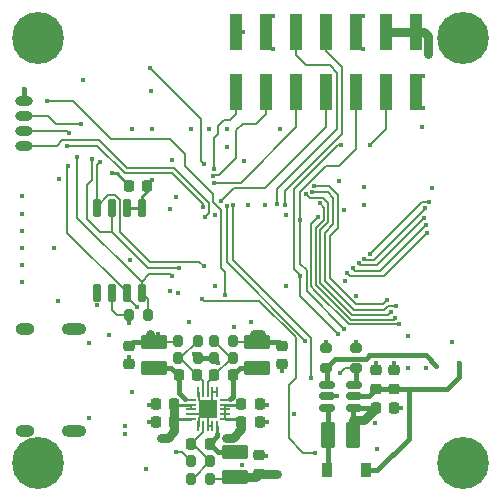
<source format=gbl>
%TF.GenerationSoftware,KiCad,Pcbnew,(6.0.1)*%
%TF.CreationDate,2022-02-16T12:07:44+01:00*%
%TF.ProjectId,f1c200s,66316332-3030-4732-9e6b-696361645f70,rev?*%
%TF.SameCoordinates,PX754fbd0PY813b7f0*%
%TF.FileFunction,Copper,L4,Bot*%
%TF.FilePolarity,Positive*%
%FSLAX46Y46*%
G04 Gerber Fmt 4.6, Leading zero omitted, Abs format (unit mm)*
G04 Created by KiCad (PCBNEW (6.0.1)) date 2022-02-16 12:07:44*
%MOMM*%
%LPD*%
G01*
G04 APERTURE LIST*
G04 Aperture macros list*
%AMRoundRect*
0 Rectangle with rounded corners*
0 $1 Rounding radius*
0 $2 $3 $4 $5 $6 $7 $8 $9 X,Y pos of 4 corners*
0 Add a 4 corners polygon primitive as box body*
4,1,4,$2,$3,$4,$5,$6,$7,$8,$9,$2,$3,0*
0 Add four circle primitives for the rounded corners*
1,1,$1+$1,$2,$3*
1,1,$1+$1,$4,$5*
1,1,$1+$1,$6,$7*
1,1,$1+$1,$8,$9*
0 Add four rect primitives between the rounded corners*
20,1,$1+$1,$2,$3,$4,$5,0*
20,1,$1+$1,$4,$5,$6,$7,0*
20,1,$1+$1,$6,$7,$8,$9,0*
20,1,$1+$1,$8,$9,$2,$3,0*%
G04 Aperture macros list end*
%TA.AperFunction,ComponentPad*%
%ADD10C,0.700000*%
%TD*%
%TA.AperFunction,ComponentPad*%
%ADD11C,4.400000*%
%TD*%
%TA.AperFunction,SMDPad,CuDef*%
%ADD12O,1.500000X0.800000*%
%TD*%
%TA.AperFunction,ComponentPad*%
%ADD13O,1.600000X1.000000*%
%TD*%
%TA.AperFunction,ComponentPad*%
%ADD14O,2.100000X1.000000*%
%TD*%
%TA.AperFunction,SMDPad,CuDef*%
%ADD15RoundRect,0.225000X-0.225000X-0.250000X0.225000X-0.250000X0.225000X0.250000X-0.225000X0.250000X0*%
%TD*%
%TA.AperFunction,SMDPad,CuDef*%
%ADD16RoundRect,0.200000X-0.200000X-0.275000X0.200000X-0.275000X0.200000X0.275000X-0.200000X0.275000X0*%
%TD*%
%TA.AperFunction,SMDPad,CuDef*%
%ADD17RoundRect,0.150000X-0.512500X-0.150000X0.512500X-0.150000X0.512500X0.150000X-0.512500X0.150000X0*%
%TD*%
%TA.AperFunction,SMDPad,CuDef*%
%ADD18RoundRect,0.250000X0.375000X0.850000X-0.375000X0.850000X-0.375000X-0.850000X0.375000X-0.850000X0*%
%TD*%
%TA.AperFunction,SMDPad,CuDef*%
%ADD19RoundRect,0.200000X0.200000X0.275000X-0.200000X0.275000X-0.200000X-0.275000X0.200000X-0.275000X0*%
%TD*%
%TA.AperFunction,SMDPad,CuDef*%
%ADD20RoundRect,0.225000X0.225000X0.250000X-0.225000X0.250000X-0.225000X-0.250000X0.225000X-0.250000X0*%
%TD*%
%TA.AperFunction,SMDPad,CuDef*%
%ADD21RoundRect,0.150000X0.150000X-0.650000X0.150000X0.650000X-0.150000X0.650000X-0.150000X-0.650000X0*%
%TD*%
%TA.AperFunction,SMDPad,CuDef*%
%ADD22RoundRect,0.250000X0.850000X-0.375000X0.850000X0.375000X-0.850000X0.375000X-0.850000X-0.375000X0*%
%TD*%
%TA.AperFunction,SMDPad,CuDef*%
%ADD23RoundRect,0.250000X-0.850000X0.375000X-0.850000X-0.375000X0.850000X-0.375000X0.850000X0.375000X0*%
%TD*%
%TA.AperFunction,SMDPad,CuDef*%
%ADD24RoundRect,0.200000X0.275000X-0.200000X0.275000X0.200000X-0.275000X0.200000X-0.275000X-0.200000X0*%
%TD*%
%TA.AperFunction,SMDPad,CuDef*%
%ADD25R,0.900000X1.200000*%
%TD*%
%TA.AperFunction,SMDPad,CuDef*%
%ADD26RoundRect,0.225000X0.250000X-0.225000X0.250000X0.225000X-0.250000X0.225000X-0.250000X-0.225000X0*%
%TD*%
%TA.AperFunction,SMDPad,CuDef*%
%ADD27RoundRect,0.050000X-0.050000X0.375000X-0.050000X-0.375000X0.050000X-0.375000X0.050000X0.375000X0*%
%TD*%
%TA.AperFunction,SMDPad,CuDef*%
%ADD28RoundRect,0.050000X-0.375000X0.050000X-0.375000X-0.050000X0.375000X-0.050000X0.375000X0.050000X0*%
%TD*%
%TA.AperFunction,SMDPad,CuDef*%
%ADD29R,1.650000X1.650000*%
%TD*%
%TA.AperFunction,SMDPad,CuDef*%
%ADD30RoundRect,0.225000X-0.250000X0.225000X-0.250000X-0.225000X0.250000X-0.225000X0.250000X0.225000X0*%
%TD*%
%TA.AperFunction,SMDPad,CuDef*%
%ADD31R,1.000000X3.150000*%
%TD*%
%TA.AperFunction,ViaPad*%
%ADD32C,0.400000*%
%TD*%
%TA.AperFunction,Conductor*%
%ADD33C,0.250000*%
%TD*%
%TA.AperFunction,Conductor*%
%ADD34C,0.800000*%
%TD*%
%TA.AperFunction,Conductor*%
%ADD35C,0.200000*%
%TD*%
%TA.AperFunction,Conductor*%
%ADD36C,0.400000*%
%TD*%
G04 APERTURE END LIST*
D10*
X840000Y38510000D03*
X3656726Y39676726D03*
D11*
X2490000Y38510000D03*
D10*
X3656726Y37343274D03*
X4140000Y38510000D03*
X2490000Y36860000D03*
X1323274Y37343274D03*
X2490000Y40160000D03*
X1323274Y39676726D03*
D12*
X1315000Y33190000D03*
X1315000Y31920000D03*
X1315000Y30650000D03*
X1315000Y29380000D03*
D10*
X40140000Y2510000D03*
X39656726Y3676726D03*
X37323274Y1343274D03*
X38490000Y4160000D03*
X37323274Y3676726D03*
D11*
X38490000Y2510000D03*
D10*
X36840000Y2510000D03*
X38490000Y860000D03*
X39656726Y1343274D03*
D11*
X2490000Y2510000D03*
D10*
X4140000Y2510000D03*
X2490000Y860000D03*
X840000Y2510000D03*
X3656726Y1343274D03*
X1323274Y3676726D03*
X1323274Y1343274D03*
X3656726Y3676726D03*
X2490000Y4160000D03*
X36840000Y38510000D03*
D11*
X38490000Y38510000D03*
D10*
X38490000Y40160000D03*
X39656726Y39676726D03*
X37323274Y39676726D03*
X38490000Y36860000D03*
X37323274Y37343274D03*
X39656726Y37343274D03*
X40140000Y38510000D03*
D13*
X1355000Y5190000D03*
D14*
X5535000Y5190000D03*
D13*
X1355000Y13830000D03*
D14*
X5535000Y13830000D03*
D15*
X17415000Y9935000D03*
X18965000Y9935000D03*
D16*
X15440000Y1160000D03*
X17090000Y1160000D03*
D17*
X27002500Y7210000D03*
X27002500Y8160000D03*
X27002500Y9110000D03*
X29277500Y9110000D03*
X29277500Y8160000D03*
X29277500Y7210000D03*
D16*
X15440000Y2660000D03*
X17090000Y2660000D03*
D18*
X29190000Y4910000D03*
X27040000Y4910000D03*
D19*
X16015000Y12885000D03*
X14365000Y12885000D03*
D20*
X15965000Y9935000D03*
X14415000Y9935000D03*
D16*
X17365000Y11410000D03*
X19015000Y11410000D03*
D15*
X15490000Y4160000D03*
X17040000Y4160000D03*
D20*
X14015000Y6010000D03*
X12465000Y6010000D03*
D21*
X11270000Y16910000D03*
X10000000Y16910000D03*
X8730000Y16910000D03*
X7460000Y16910000D03*
X7460000Y24110000D03*
X8730000Y24110000D03*
X10000000Y24110000D03*
X11270000Y24110000D03*
D22*
X12315000Y10585000D03*
X12315000Y12735000D03*
D15*
X19715000Y6010000D03*
X21265000Y6010000D03*
X31115000Y7210000D03*
X32665000Y7210000D03*
D20*
X14015000Y7480000D03*
X12465000Y7480000D03*
D19*
X16015000Y11410000D03*
X14365000Y11410000D03*
D23*
X19140000Y3460000D03*
X19140000Y1310000D03*
D24*
X26890000Y10585000D03*
X26890000Y12235000D03*
D15*
X19715000Y7490000D03*
X21265000Y7490000D03*
D25*
X30290000Y1910000D03*
X26990000Y1910000D03*
D19*
X11815000Y15010000D03*
X10165000Y15010000D03*
D22*
X21065000Y10585000D03*
X21065000Y12735000D03*
D26*
X32640000Y8810000D03*
X32640000Y10360000D03*
D27*
X16065000Y8510000D03*
X16465000Y8510000D03*
X16865000Y8510000D03*
X17265000Y8510000D03*
X17665000Y8510000D03*
D28*
X18315000Y7860000D03*
X18315000Y7460000D03*
X18315000Y7060000D03*
X18315000Y6660000D03*
X18315000Y6260000D03*
D27*
X17665000Y5610000D03*
X17265000Y5610000D03*
X16865000Y5610000D03*
X16465000Y5610000D03*
X16065000Y5610000D03*
D28*
X15415000Y6260000D03*
X15415000Y6660000D03*
X15415000Y7060000D03*
X15415000Y7460000D03*
X15415000Y7860000D03*
D29*
X16865000Y7060000D03*
D30*
X10215000Y12435000D03*
X10215000Y10885000D03*
D20*
X11765000Y26010000D03*
X10215000Y26010000D03*
D24*
X29390000Y10585000D03*
X29390000Y12235000D03*
D26*
X21240000Y1610000D03*
X21240000Y3160000D03*
D31*
X34480000Y33930000D03*
X34480000Y38980000D03*
X31940000Y33930000D03*
X31940000Y38980000D03*
X29400000Y33930000D03*
X29400000Y38980000D03*
X26860000Y33930000D03*
X26860000Y38980000D03*
X24320000Y33930000D03*
X24320000Y38980000D03*
X21780000Y33930000D03*
X21780000Y38980000D03*
X19240000Y33930000D03*
X19240000Y38980000D03*
D16*
X17365000Y12885000D03*
X19015000Y12885000D03*
D26*
X31140000Y8810000D03*
X31140000Y10360000D03*
D30*
X23165000Y12435000D03*
X23165000Y10885000D03*
D32*
X13640000Y24010000D03*
X12180000Y26480000D03*
X1165000Y25085000D03*
X22215000Y1610000D03*
X35880000Y25760000D03*
X31020000Y5870000D03*
X28460000Y17920000D03*
X1165000Y22185000D03*
X15290000Y14485000D03*
X1165000Y23635000D03*
X20490000Y14485000D03*
X6310000Y34980000D03*
X10165000Y14380000D03*
X28400000Y23920000D03*
X35010000Y30980000D03*
X11640000Y2010000D03*
X1165000Y17835000D03*
X22765000Y1610000D03*
X3865000Y20735000D03*
X35090000Y35290000D03*
X35090000Y32560000D03*
X1165000Y19285000D03*
X33840000Y13250000D03*
X18480000Y29285000D03*
X12015000Y13460000D03*
X12615000Y13460000D03*
X19090000Y14035000D03*
X27960000Y26430000D03*
X20290000Y24360000D03*
X21690000Y24360000D03*
X20765000Y13410000D03*
X21340000Y13410000D03*
X29890000Y6160000D03*
X12915000Y4660000D03*
X13490000Y4660000D03*
X29190000Y6160000D03*
X9890000Y5620000D03*
X18415000Y4660000D03*
X18990000Y4660000D03*
X35510000Y37860000D03*
X35510000Y37180000D03*
X9890000Y5010000D03*
X3250000Y33190000D03*
X18310000Y16730000D03*
X10890000Y15710000D03*
X5070000Y27660000D03*
X5800000Y28430000D03*
X13840000Y18360000D03*
X16515000Y19210000D03*
X7730000Y28040000D03*
X6140000Y31220000D03*
X5080000Y30480000D03*
X14415000Y18985000D03*
X7070000Y28240000D03*
X25940000Y3390000D03*
X16400000Y16410000D03*
X25640000Y9730000D03*
X19040000Y24370000D03*
X24690000Y18310000D03*
X28110000Y29450000D03*
X30610000Y29450000D03*
X27865000Y13460000D03*
X28390000Y13885000D03*
X24665000Y23110000D03*
X25110000Y12860000D03*
X18470000Y24289502D03*
X28070000Y10140000D03*
X16458363Y24153382D03*
X4960000Y29380000D03*
X16630000Y23360000D03*
X18010000Y24660000D03*
X17430000Y26260000D03*
X17280000Y26840000D03*
X17440000Y27390000D03*
X23410000Y24340000D03*
X13650000Y17060000D03*
X38170000Y10960000D03*
X36230000Y10750000D03*
X33090000Y14260000D03*
X26190000Y23310000D03*
X26340000Y24510000D03*
X32740000Y14785000D03*
X32365000Y15285000D03*
X25196242Y25300953D03*
X25734200Y25454721D03*
X32790000Y15810000D03*
X32040000Y16310000D03*
X25834916Y26005084D03*
X14320000Y16890000D03*
X22720000Y24450000D03*
X35390000Y21985000D03*
X28690000Y18585000D03*
X35315000Y22635000D03*
X29165000Y18985000D03*
X29640000Y19410000D03*
X35215000Y23260000D03*
X30140000Y19785000D03*
X35240000Y24085000D03*
X35615000Y24585000D03*
X30640000Y20210000D03*
X21890000Y6010000D03*
X14190000Y25030000D03*
X11930000Y7460000D03*
X18480000Y30785000D03*
X16490000Y7510000D03*
X23165000Y10310000D03*
X15720000Y11760000D03*
X30000000Y40360000D03*
X1340000Y34160000D03*
X11930000Y6010000D03*
X19790000Y2360000D03*
X30070000Y25880000D03*
X30000000Y37600000D03*
X17490000Y23510000D03*
X16490000Y6760000D03*
X6840000Y6310000D03*
X12115000Y30780000D03*
X31140000Y10960000D03*
X12030000Y34040000D03*
X35340000Y10560000D03*
X10420000Y8560000D03*
X17240000Y6760000D03*
X21890000Y7460000D03*
X31240000Y3710000D03*
X1165000Y20735000D03*
X14190000Y3440000D03*
X8490000Y13385000D03*
X22980000Y30785000D03*
X17240000Y7510000D03*
X17490000Y17510000D03*
X10215000Y11460000D03*
X33240000Y7210000D03*
X21840000Y3110000D03*
X32640000Y10960000D03*
X13865000Y28180000D03*
X29390000Y16670000D03*
X23490000Y23510000D03*
X8740000Y27060000D03*
X7465000Y15935000D03*
X30060000Y24390000D03*
X29390000Y12760000D03*
X4190000Y16210000D03*
X4240000Y26560000D03*
X33840000Y10560000D03*
X10490000Y30780000D03*
X6840000Y12710000D03*
X27790000Y8160000D03*
X16980000Y30785000D03*
X19980000Y28050000D03*
X19865000Y38985000D03*
X24190000Y6680000D03*
X23490000Y17510000D03*
X15480000Y30785000D03*
X26890000Y12760000D03*
X22390000Y37610000D03*
X37565000Y12760000D03*
X17740000Y10960000D03*
X22390000Y40340000D03*
X10315000Y19735000D03*
X12020000Y35930000D03*
X16520000Y27870000D03*
D33*
X11765000Y25515000D02*
X11270000Y25020000D01*
D34*
X21240000Y1610000D02*
X22215000Y1610000D01*
X19140000Y1310000D02*
X20940000Y1310000D01*
D33*
X11270000Y24110000D02*
X10000000Y24110000D01*
D35*
X10165000Y15010000D02*
X9215000Y15010000D01*
X8730000Y15495000D02*
X8730000Y16910000D01*
D33*
X11765000Y26010000D02*
X11765000Y25515000D01*
D34*
X20940000Y1310000D02*
X21240000Y1610000D01*
D35*
X17090000Y1160000D02*
X18990000Y1160000D01*
X18990000Y1160000D02*
X19140000Y1310000D01*
D33*
X11270000Y25020000D02*
X11270000Y24110000D01*
D35*
X9215000Y15010000D02*
X8730000Y15495000D01*
D34*
X22215000Y1610000D02*
X22765000Y1610000D01*
D36*
X12315000Y12735000D02*
X11915000Y12735000D01*
X10515000Y12735000D02*
X10215000Y12435000D01*
D35*
X12315000Y12735000D02*
X12765000Y12735000D01*
D34*
X12015000Y13035000D02*
X12315000Y12735000D01*
D35*
X12765000Y12735000D02*
X14215000Y12735000D01*
X14215000Y12735000D02*
X14365000Y12885000D01*
D34*
X12015000Y13460000D02*
X12015000Y13035000D01*
D36*
X11915000Y12735000D02*
X10515000Y12735000D01*
X22865000Y12735000D02*
X23165000Y12435000D01*
X21065000Y12735000D02*
X22865000Y12735000D01*
D35*
X21065000Y12735000D02*
X19165000Y12735000D01*
D34*
X20765000Y13410000D02*
X21340000Y13410000D01*
D35*
X19165000Y12735000D02*
X19015000Y12885000D01*
X14540000Y11410000D02*
X16015000Y12885000D01*
X14490000Y11410000D02*
X14365000Y11410000D01*
X14365000Y11410000D02*
X14540000Y11410000D01*
X15965000Y9935000D02*
X16465000Y9435000D01*
X15965000Y9935000D02*
X14490000Y11410000D01*
X16465000Y9435000D02*
X16465000Y8510000D01*
D36*
X31115000Y7210000D02*
X29277500Y7210000D01*
D34*
X29890000Y6160000D02*
X29190000Y6160000D01*
D35*
X18315000Y6660000D02*
X18315000Y6260000D01*
D36*
X29190000Y4910000D02*
X29190000Y7122500D01*
D33*
X15415000Y6260000D02*
X14265000Y6260000D01*
D34*
X35510000Y37860000D02*
X35510000Y38680000D01*
D35*
X15415000Y7060000D02*
X15415000Y7460000D01*
D34*
X35510000Y37860000D02*
X35510000Y37180000D01*
D36*
X29190000Y7122500D02*
X29277500Y7210000D01*
D34*
X35510000Y38680000D02*
X35210000Y38980000D01*
D35*
X18315000Y7460000D02*
X18315000Y7060000D01*
D34*
X30065000Y6160000D02*
X31115000Y7210000D01*
D33*
X14265000Y6260000D02*
X14015000Y6010000D01*
D35*
X18315000Y7060000D02*
X18315000Y6660000D01*
D34*
X35210000Y38980000D02*
X34480000Y38980000D01*
D33*
X19465000Y6260000D02*
X19715000Y6010000D01*
D34*
X19715000Y6010000D02*
X19715000Y5385000D01*
X13490000Y4660000D02*
X14015000Y5185000D01*
X29890000Y6160000D02*
X30065000Y6160000D01*
D33*
X18315000Y7460000D02*
X19715000Y7460000D01*
D34*
X19715000Y5385000D02*
X18990000Y4660000D01*
D33*
X18315000Y6260000D02*
X19465000Y6260000D01*
D34*
X14015000Y5185000D02*
X14015000Y6010000D01*
X34480000Y38980000D02*
X31940000Y38980000D01*
X18990000Y4660000D02*
X18415000Y4660000D01*
X12915000Y4660000D02*
X13490000Y4660000D01*
D33*
X15415000Y7460000D02*
X14015000Y7460000D01*
D34*
X14015000Y6010000D02*
X14015000Y7460000D01*
D35*
X17980000Y23950000D02*
X17319511Y24610489D01*
X5470000Y33190000D02*
X3250000Y33190000D01*
X13690000Y29980000D02*
X8680000Y29980000D01*
X14960000Y27650000D02*
X14960000Y28710000D01*
X18310000Y16730000D02*
X18300000Y16740000D01*
X14960000Y28710000D02*
X13690000Y29980000D01*
X17319511Y25290489D02*
X14960000Y27650000D01*
X17980000Y19010000D02*
X17980000Y23950000D01*
X17319511Y24610489D02*
X17319511Y25290489D01*
X18300000Y16740000D02*
X18300000Y18690000D01*
X8680000Y29980000D02*
X5470000Y33190000D01*
X18300000Y18690000D02*
X17980000Y19010000D01*
X4990000Y27580000D02*
X5070000Y27660000D01*
X4990000Y22029148D02*
X4990000Y27020000D01*
X10000000Y16910000D02*
X10000000Y16600000D01*
X10000000Y17019148D02*
X4990000Y22029148D01*
X10000000Y16910000D02*
X10000000Y17019148D01*
X4990000Y27020000D02*
X4990000Y27580000D01*
X10000000Y16600000D02*
X10890000Y15710000D01*
X11915000Y18485000D02*
X13715000Y18485000D01*
X11270000Y16910000D02*
X11815000Y16365000D01*
X11260000Y17840000D02*
X5800000Y23300000D01*
X11270000Y17840000D02*
X11260000Y17840000D01*
X11815000Y16365000D02*
X11815000Y15010000D01*
X5800000Y23300000D02*
X5800000Y28430000D01*
X11270000Y16910000D02*
X11270000Y17840000D01*
X13715000Y18485000D02*
X13840000Y18360000D01*
X11270000Y17840000D02*
X11915000Y18485000D01*
X9049628Y25169520D02*
X9440480Y24778668D01*
X7460000Y27770000D02*
X7730000Y28040000D01*
X1315000Y31920000D02*
X3320000Y31920000D01*
X7460000Y24110000D02*
X7460000Y27770000D01*
X3320000Y31920000D02*
X4040000Y31200000D01*
X16165000Y19560000D02*
X16515000Y19210000D01*
X10565000Y20935000D02*
X11940000Y19560000D01*
X9440480Y24778668D02*
X9440480Y22059520D01*
X6120000Y31200000D02*
X6140000Y31220000D01*
X8410372Y25169520D02*
X9049628Y25169520D01*
X7460000Y24110000D02*
X7460000Y24219148D01*
X7460000Y24219148D02*
X8410372Y25169520D01*
X9440480Y22059520D02*
X10565000Y20935000D01*
X11940000Y19560000D02*
X14265000Y19560000D01*
X14265000Y19560000D02*
X16165000Y19560000D01*
X4040000Y31200000D02*
X6120000Y31200000D01*
X8730000Y24110000D02*
X8730000Y22070000D01*
X6610000Y26030000D02*
X6970000Y26390000D01*
X8730000Y22070000D02*
X11615000Y19185000D01*
X11815000Y18985000D02*
X14415000Y18985000D01*
X7720000Y22070000D02*
X6610000Y23180000D01*
X5080000Y30480000D02*
X4910000Y30650000D01*
X4910000Y30650000D02*
X1315000Y30650000D01*
X6970000Y26390000D02*
X7070000Y26490000D01*
X11615000Y19185000D02*
X11815000Y18985000D01*
X8730000Y22070000D02*
X7720000Y22070000D01*
X6610000Y23180000D02*
X6610000Y26030000D01*
X7070000Y26490000D02*
X7070000Y28240000D01*
D36*
X12315000Y10585000D02*
X13765000Y10585000D01*
D35*
X15015000Y7860000D02*
X14915000Y7960000D01*
D36*
X13765000Y10585000D02*
X14415000Y9935000D01*
X14415000Y8460000D02*
X14915000Y7960000D01*
X14415000Y9935000D02*
X14415000Y8460000D01*
D35*
X15415000Y7860000D02*
X15015000Y7860000D01*
X15590000Y1160000D02*
X15440000Y1160000D01*
X16465000Y5610000D02*
X16465000Y5135000D01*
X15490000Y4160000D02*
X15590000Y4160000D01*
X15590000Y4160000D02*
X17090000Y2660000D01*
X17090000Y2660000D02*
X15590000Y1160000D01*
X16465000Y5135000D02*
X15490000Y4160000D01*
D33*
X17665000Y5610000D02*
X17665000Y4985000D01*
D36*
X17040000Y4160000D02*
X17665000Y4785000D01*
X17740000Y3460000D02*
X17040000Y4160000D01*
X17665000Y4785000D02*
X17665000Y4985000D01*
X19140000Y3460000D02*
X17740000Y3460000D01*
D35*
X18890000Y11410000D02*
X19015000Y11410000D01*
X16865000Y9385000D02*
X17415000Y9935000D01*
X17415000Y9935000D02*
X18890000Y11410000D01*
X16865000Y8510000D02*
X16865000Y9385000D01*
X19015000Y11410000D02*
X18840000Y11410000D01*
X18840000Y11410000D02*
X17365000Y12885000D01*
X18315000Y7860000D02*
X18690000Y7860000D01*
X18690000Y7860000D02*
X18740000Y7910000D01*
D36*
X19615000Y10585000D02*
X18965000Y9935000D01*
X18965000Y8135000D02*
X18774520Y7944520D01*
X18965000Y9935000D02*
X18965000Y8135000D01*
X21065000Y10585000D02*
X19615000Y10585000D01*
D35*
X16539501Y16270499D02*
X16400000Y16410000D01*
X24300000Y9710000D02*
X24300000Y13161574D01*
X23730000Y9140000D02*
X24300000Y9710000D01*
X25940000Y3390000D02*
X24940000Y3390000D01*
X24300000Y13161574D02*
X21191075Y16270499D01*
X21191075Y16270499D02*
X16539501Y16270499D01*
X24940000Y3390000D02*
X23730000Y4600000D01*
X23730000Y4600000D02*
X23730000Y9140000D01*
X19040000Y19708426D02*
X19040000Y24370000D01*
X25640000Y13108426D02*
X19040000Y19708426D01*
X25640000Y9730000D02*
X25640000Y13108426D01*
X31940000Y30780000D02*
X31940000Y33930000D01*
X27900000Y29450000D02*
X28110000Y29450000D01*
X30610000Y29450000D02*
X31940000Y30780000D01*
X24160000Y25710000D02*
X27860000Y29410000D01*
X24690000Y18310000D02*
X24690000Y16635000D01*
X24210000Y18930000D02*
X24160000Y18980000D01*
X24690000Y18450000D02*
X24210000Y18930000D01*
X24160000Y18980000D02*
X24160000Y25650000D01*
X24160000Y25650000D02*
X24160000Y25710000D01*
X24690000Y16635000D02*
X27865000Y13460000D01*
X27860000Y29410000D02*
X27900000Y29450000D01*
X24690000Y18310000D02*
X24690000Y18450000D01*
X24665000Y25485000D02*
X24665000Y23110000D01*
X25230489Y18819511D02*
X24665000Y19385000D01*
X26880000Y27700000D02*
X24665000Y25485000D01*
X27960000Y27700000D02*
X26880000Y27700000D01*
X28390000Y13885000D02*
X25230489Y17044511D01*
X25230489Y17044511D02*
X25230489Y18819511D01*
X29400000Y29140000D02*
X27960000Y27700000D01*
X29400000Y33930000D02*
X29400000Y29140000D01*
X24665000Y19385000D02*
X24665000Y23110000D01*
D36*
X29390000Y9222500D02*
X29277500Y9110000D01*
D35*
X29385000Y10590000D02*
X29390000Y10585000D01*
X18470000Y19500000D02*
X25110000Y12860000D01*
X28070000Y10140000D02*
X28520000Y10590000D01*
X28520000Y10590000D02*
X29385000Y10590000D01*
D36*
X29390000Y10585000D02*
X29390000Y9222500D01*
D35*
X18470000Y24289502D02*
X18470000Y19500000D01*
X7490000Y29380000D02*
X4960000Y29380000D01*
X16458363Y24451637D02*
X13880000Y27030000D01*
X9840000Y27030000D02*
X7490000Y29380000D01*
X13880000Y27030000D02*
X9840000Y27030000D01*
X16458363Y24153382D02*
X16458363Y24451637D01*
X16960000Y23690000D02*
X16960000Y24570000D01*
X14020000Y27510000D02*
X10010000Y27510000D01*
X16960000Y24570000D02*
X14020000Y27510000D01*
X7650000Y29870000D02*
X4570000Y29870000D01*
X4570000Y29870000D02*
X4080000Y29380000D01*
X10010000Y27510000D02*
X7650000Y29870000D01*
X4080000Y29380000D02*
X1315000Y29380000D01*
X16630000Y23360000D02*
X16960000Y23690000D01*
X21680000Y25770000D02*
X19120000Y25770000D01*
X19120000Y25770000D02*
X18010000Y24660000D01*
X26860000Y33930000D02*
X26860000Y30950000D01*
X26860000Y30950000D02*
X21680000Y25770000D01*
X19650000Y26260000D02*
X24320000Y30930000D01*
X24320000Y30930000D02*
X24320000Y33930000D01*
X17430000Y26260000D02*
X19650000Y26260000D01*
X17330000Y26890000D02*
X17840000Y26890000D01*
X19260000Y30700000D02*
X19820000Y31260000D01*
X21780000Y32070000D02*
X21780000Y33930000D01*
X17280000Y26840000D02*
X17330000Y26890000D01*
X19260000Y28310000D02*
X19260000Y30700000D01*
X17840000Y26890000D02*
X19260000Y28310000D01*
X20970000Y31260000D02*
X21780000Y32070000D01*
X19820000Y31260000D02*
X20970000Y31260000D01*
X18760000Y31590000D02*
X18230000Y31590000D01*
X17710000Y31070000D02*
X17710000Y30330000D01*
X19240000Y33930000D02*
X19240000Y32070000D01*
X17710000Y30330000D02*
X17440000Y30060000D01*
X17440000Y30060000D02*
X17440000Y27390000D01*
X19240000Y32070000D02*
X18760000Y31590000D01*
X18230000Y31590000D02*
X17710000Y31070000D01*
X23410000Y25560000D02*
X28260000Y30410000D01*
X28260000Y36010000D02*
X26860000Y37410000D01*
X28260000Y30410000D02*
X28260000Y36010000D01*
X26860000Y37410000D02*
X26860000Y38980000D01*
X23410000Y24340000D02*
X23410000Y25560000D01*
D36*
X33890000Y8720000D02*
X33800000Y8810000D01*
X33890000Y4580000D02*
X33890000Y8720000D01*
X31140000Y8810000D02*
X32640000Y8810000D01*
X33800000Y8810000D02*
X37140000Y8810000D01*
X30290000Y1910000D02*
X31220000Y1910000D01*
X29277500Y8160000D02*
X30490000Y8160000D01*
X38170000Y9840000D02*
X38170000Y10960000D01*
X37140000Y8810000D02*
X38170000Y9840000D01*
X30490000Y8160000D02*
X31140000Y8810000D01*
X31220000Y1910000D02*
X33890000Y4580000D01*
X32640000Y8810000D02*
X33800000Y8810000D01*
X30400000Y11470000D02*
X30550000Y11620000D01*
X30274520Y11344520D02*
X30400000Y11470000D01*
X26890000Y10585000D02*
X27649520Y11344520D01*
X27002500Y9110000D02*
X27002500Y10472500D01*
X27649520Y11344520D02*
X30274520Y11344520D01*
X35360000Y11620000D02*
X36230000Y10750000D01*
X27002500Y10472500D02*
X26890000Y10585000D01*
X30550000Y11620000D02*
X34360000Y11620000D01*
X34360000Y11620000D02*
X35360000Y11620000D01*
D35*
X25590000Y22710000D02*
X26190000Y23310000D01*
X28815000Y14260000D02*
X25990000Y17085000D01*
X33090000Y14260000D02*
X28815000Y14260000D01*
X25590000Y17485000D02*
X25590000Y20685000D01*
X25590000Y20685000D02*
X25590000Y22710000D01*
X25990000Y17085000D02*
X25590000Y17485000D01*
X32615000Y14660000D02*
X32740000Y14785000D01*
X26015000Y22385000D02*
X26015000Y17610000D01*
X26340000Y24510000D02*
X26715000Y24135000D01*
X26715000Y23510000D02*
X26715000Y23085000D01*
X26015000Y17610000D02*
X28965000Y14660000D01*
X28965000Y14660000D02*
X32615000Y14660000D01*
X26715000Y24135000D02*
X26715000Y23510000D01*
X26715000Y23085000D02*
X26015000Y22385000D01*
X27090000Y22910000D02*
X27090000Y24560000D01*
X26390000Y17760000D02*
X26390000Y22210000D01*
X27090000Y24560000D02*
X26654780Y24995220D01*
X29115000Y15035000D02*
X26390000Y17760000D01*
X26654780Y24995220D02*
X25501975Y24995220D01*
X26390000Y22210000D02*
X27090000Y22910000D01*
X32115000Y15035000D02*
X29115000Y15035000D01*
X32365000Y15285000D02*
X32115000Y15035000D01*
X25501975Y24995220D02*
X25196242Y25300953D01*
X27020279Y25454721D02*
X25734200Y25454721D01*
X32790000Y15810000D02*
X32140000Y15810000D01*
X26765000Y22010000D02*
X27490000Y22735000D01*
X32140000Y15810000D02*
X31765000Y15435000D01*
X31765000Y15435000D02*
X29265000Y15435000D01*
X26765000Y17935000D02*
X26765000Y22010000D01*
X27490000Y22735000D02*
X27490000Y24985000D01*
X29265000Y15435000D02*
X26765000Y17935000D01*
X27490000Y24985000D02*
X27020279Y25454721D01*
X29420000Y15940000D02*
X27180000Y18180000D01*
X31670000Y15940000D02*
X29420000Y15940000D01*
X27180000Y21710000D02*
X27920000Y22450000D01*
X27124916Y26005084D02*
X25834916Y26005084D01*
X27920000Y22450000D02*
X27920000Y25210000D01*
X27180000Y18180000D02*
X27180000Y21710000D01*
X27920000Y25210000D02*
X27124916Y26005084D01*
X32040000Y16310000D02*
X31670000Y15940000D01*
X27820000Y30830000D02*
X27820000Y35564022D01*
X24320000Y37030000D02*
X24320000Y38980000D01*
X27820000Y35564022D02*
X27204022Y36180000D01*
X25170000Y36180000D02*
X24320000Y37030000D01*
X22720000Y24450000D02*
X22720000Y25730000D01*
X27204022Y36180000D02*
X25170000Y36180000D01*
X22720000Y25730000D02*
X27820000Y30830000D01*
X31640000Y18385000D02*
X31790000Y18385000D01*
X28890000Y18385000D02*
X31640000Y18385000D01*
X31790000Y18385000D02*
X35390000Y21985000D01*
X28690000Y18585000D02*
X28890000Y18385000D01*
X31390000Y18785000D02*
X31465000Y18785000D01*
X29165000Y18985000D02*
X29365000Y18785000D01*
X31465000Y18785000D02*
X35315000Y22635000D01*
X29365000Y18785000D02*
X31390000Y18785000D01*
X29790000Y19260000D02*
X31040000Y19260000D01*
X31040000Y19260000D02*
X31215000Y19260000D01*
X29640000Y19410000D02*
X29790000Y19260000D01*
X31215000Y19260000D02*
X35215000Y23260000D01*
X30890000Y19685000D02*
X30915000Y19710000D01*
X30915000Y19710000D02*
X35015000Y23810000D01*
X30665000Y19685000D02*
X30890000Y19685000D01*
X35240000Y24035000D02*
X35240000Y24085000D01*
X30240000Y19685000D02*
X30665000Y19685000D01*
X35015000Y23810000D02*
X35240000Y24035000D01*
X30140000Y19785000D02*
X30240000Y19685000D01*
X35015000Y24585000D02*
X30640000Y20210000D01*
X35615000Y24585000D02*
X35015000Y24585000D01*
X16390000Y6660000D02*
X16490000Y6760000D01*
X16099520Y8475480D02*
X16099520Y7825480D01*
X17265000Y5610000D02*
X16865000Y5610000D01*
D33*
X9165000Y27060000D02*
X10215000Y26010000D01*
D36*
X17365000Y11410000D02*
X16015000Y11410000D01*
D35*
X14660000Y3440000D02*
X15440000Y2660000D01*
X14190000Y3440000D02*
X14660000Y3440000D01*
D36*
X1315000Y33190000D02*
X1315000Y34135000D01*
D35*
X16065000Y8510000D02*
X16099520Y8475480D01*
X16065000Y5610000D02*
X16099520Y5644520D01*
X16099520Y6294520D02*
X16865000Y7060000D01*
X17265000Y7460000D02*
X16865000Y7060000D01*
X17265000Y8510000D02*
X17265000Y7460000D01*
X16865000Y5610000D02*
X16865000Y7060000D01*
D36*
X1315000Y34135000D02*
X1340000Y34160000D01*
D35*
X17665000Y8510000D02*
X17265000Y8510000D01*
X15415000Y6660000D02*
X16390000Y6660000D01*
D33*
X8740000Y27060000D02*
X9165000Y27060000D01*
D35*
X16099520Y5644520D02*
X16099520Y6294520D01*
X16099520Y7825480D02*
X16865000Y7060000D01*
D36*
X27040000Y1960000D02*
X26990000Y1910000D01*
X27040000Y7172500D02*
X27002500Y7210000D01*
X27040000Y4910000D02*
X27040000Y1960000D01*
X27040000Y4910000D02*
X27040000Y7172500D01*
D35*
X12020000Y35930000D02*
X16290000Y31660000D01*
X16290000Y28100000D02*
X16520000Y27870000D01*
X16290000Y31660000D02*
X16290000Y28100000D01*
M02*

</source>
